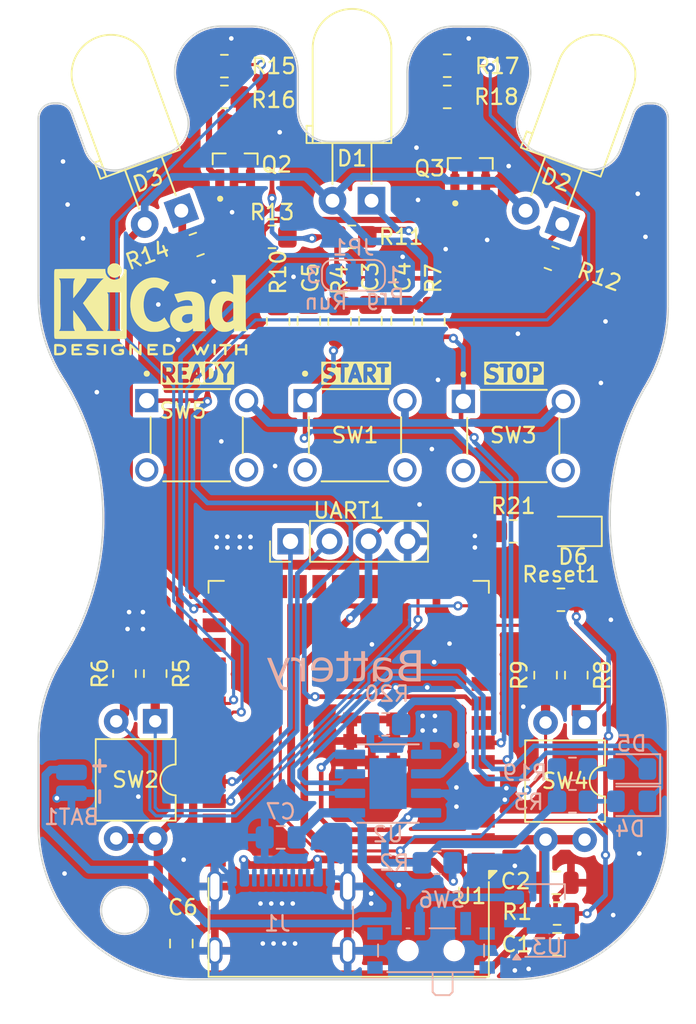
<source format=kicad_pcb>
(kicad_pcb (version 20240108) (generator "pcbnew") (generator_version "8.0")
  (layers (0 "F.Cu" signal) (31 "B.Cu" signal) (34 "B.Paste" user) (35 "F.Paste" user) (36 "B.SilkS" user "B.Silkscreen") (37 "F.SilkS" user "F.Silkscreen") (38 "B.Mask" user) (39 "F.Mask" user) (44 "Edge.Cuts" user))
  (net 0 "")
  (net 1 "+3V3")
  (net 2 "GND")
  (net 3 "/ESP_En")
  (net 4 "/ESP_Boot")
  (net 6 "Net-(Q2-Pad1)")
  (net 7 "Net-(Q3-Pad1)")
  (net 15 "/Esp32_UART_RX")
  (net 18 "/LED_IR")
  (net 25 "/Esp32_UART_TX")
  (net 26 "/LED_PROG")
  (net 27 "Net-(SW6A-B)")
  (net 34 "Net-(Q3-Pad3)")
  (net 35 "Net-(BAT1-+)")
  (net 36 "Net-(D1-K)")
  (net 37 "Net-(D2-K)")
  (net 38 "Net-(D3-K)")
  (net 39 "Net-(Q2-Pad3)")
  (net 40 "/STOP_BTN")
  (net 41 "/READY_BTN")
  (net 42 "+3.3V")
  (net 43 "/START_BTN")
  (net 44 "/SWITCH1")
  (net 45 "/SWITCH2")
  (net 46 "/SWITCH3")
  (net 47 "/SWITCH4")
  (net 48 "Net-(J1-VBUS-PadA4)")
  (net 57 "Net-(D4-A)")
  (net 58 "Net-(D4-K)")
  (net 59 "Net-(D5-K)")
  (net 60 "Net-(D5-A)")
  (net 61 "5V")
  (net 62 "Net-(U2-Prog)")
  (net 63 "Net-(D6-A)")
  (footprint "LED_SMD:LED_0805_2012Metric_Pad1.15x1.40mm_HandSolder" (layer "F.Cu") (at 159.2 100.75 180)
    (property "Reference" "D6")
    (property "Value" "LED")
  )
  (footprint "Resistor_SMD:R_0805_2012Metric_Pad1.20x1.40mm_HandSolder" (layer "F.Cu") (at 159.4 110.1 90)
    (property "Reference" "R8")
    (property "Value" "47K")
  )
  (footprint "Resistor_SMD:R_0805_2012Metric_Pad1.20x1.40mm_HandSolder" (layer "F.Cu") (at 136.5 72.5)
    (property "Reference" "R16")
    (property "Value" "100K")
  )
  (footprint "LED_THT:LED_D5.0mm_Horizontal_O3.81mm_Z15.0mm" (layer "F.Cu") (at 133.7 79.9 -160)
    (property "Reference" "D3")
    (property "Value" "LED")
  )
  (footprint "Capacitor_SMD:C_0805_2012Metric_Pad1.18x1.45mm_HandSolder" (layer "F.Cu") (at 142 87.0625 90)
    (property "Reference" "C5")
    (property "Value" "0.1uF")
  )
  (footprint "Perico:SOT23(IRLML2502)" (layer "F.Cu") (at 152.5 77.1275 90)
    (property "Reference" "Q3")
    (property "Value" "IRLML2502")
  )
  (footprint "Package_DIP:DIP-4_W7.62mm" (layer "F.Cu") (at 159.94 113.18 -90)
    (property "Reference" "SW4")
    (property "Value" "SW_DIP_x02")
  )
  (footprint "Perico:Switch" (layer "F.Cu") (at 145 94.5)
    (property "Reference" "SW1")
    (property "Value" "SW_Push")
  )
  (footprint "Capacitor_SMD:C_0805_2012Metric" (layer "F.Cu") (at 158.1 123.6)
    (property "Reference" "C2")
    (property "Value" "1uF")
  )
  (footprint "Resistor_SMD:R_0805_2012Metric_Pad1.20x1.40mm_HandSolder" (layer "F.Cu") (at 130 110 90)
    (property "Reference" "R6")
    (property "Value" "47K")
  )
  (footprint "Resistor_SMD:R_0805_2012Metric_Pad1.20x1.40mm_HandSolder" (layer "F.Cu") (at 158.4 105.2)
    (property "Reference" "Reset1")
    (property "Value" "Reset")
  )
  (footprint "Resistor_SMD:R_0805_2012Metric_Pad1.20x1.40mm_HandSolder" (layer "F.Cu") (at 157.8 83 -20)
    (property "Reference" "R12")
    (property "Value" "150r")
  )
  (footprint "Resistor_SMD:R_0805_2012Metric_Pad1.20x1.40mm_HandSolder" (layer "F.Cu") (at 136.5 70.5)
    (property "Reference" "R15")
    (property "Value" "4.7k")
  )
  (footprint "Resistor_SMD:R_0805_2012Metric_Pad1.20x1.40mm_HandSolder" (layer "F.Cu") (at 132 110 90)
    (property "Reference" "R5")
    (property "Value" "47K")
  )
  (footprint "RF_Module:ESP32-WROOM-32D" (layer "F.Cu") (at 144.59 113.85 180)
    (property "Reference" "U1")
    (property "Value" "ESP32-WROOM-32D")
  )
  (footprint "Resistor_SMD:R_0805_2012Metric_Pad1.20x1.40mm_HandSolder" (layer "F.Cu") (at 134.7 82.1 20)
    (property "Reference" "R14")
    (property "Value" "150r")
  )
  (footprint "Symbol:KiCad-Logo2_5mm_SilkScreen" (layer "F.Cu") (at 131.7 86.3)
    (property "Reference" "REF**" (hide yes))
    (property "Value" "KiCad-Logo2_5mm_SilkScreen" (hide yes))
  )
  (footprint "Capacitor_SMD:C_0805_2012Metric_Pad1.18x1.45mm_HandSolder" (layer "F.Cu") (at 148.1 87.0625 90)
    (property "Reference" "C4")
    (property "Value" "0.1uF")
  )
  (footprint "Capacitor_SMD:C_0805_2012Metric" (layer "F.Cu") (at 133.7 127.55 90)
    (property "Reference" "C6")
    (property "Value" "1uF")
  )
  (footprint "Resistor_SMD:R_0805_2012Metric_Pad1.20x1.40mm_HandSolder" (layer "F.Cu") (at 140 87.1 90)
    (property "Reference" "R10")
    (property "Value" "47K")
  )
  (footprint "Capacitor_SMD:C_0805_2012Metric_Pad1.18x1.45mm_HandSolder" (layer "F.Cu") (at 146 87.0625 90)
    (property "Reference" "C3")
    (property "Value" "0.1uF")
  )
  (footprint "Resistor_SMD:R_0805_2012Metric" (layer "F.Cu") (at 158.15 125.6)
    (property "Reference" "R1")
    (property "Value" "10K")
  )
  (footprint "Resistor_SMD:R_0805_2012Metric_Pad1.20x1.40mm_HandSolder" (layer "F.Cu") (at 157.4 110.1 90)
    (property "Reference" "R9")
    (property "Value" "47K")
  )
  (footprint "Resistor_SMD:R_0805_2012Metric_Pad1.20x1.40mm_HandSolder" (layer "F.Cu") (at 155.3 100.75)
    (property "Reference" "R21")
    (property "Value" "4.7K")
  )
  (footprint "Perico:Switch" (layer "F.Cu") (at 134.7 94.5)
    (property "Reference" "SW5")
    (property "Value" "SW_Push")
  )
  (footprint "LED_THT:LED_D5.0mm_Horizontal_O3.81mm_Z15.0mm" (layer "F.Cu") (at 158.486819 80.768731 160)
    (property "Reference" "D2")
    (property "Value" "LED")
  )
  (footprint "Connector_PinHeader_2.54mm:PinHeader_1x04_P2.54mm_Vertical" (layer "F.Cu") (at 140.8 101.4 90)
    (property "Reference" "UART1")
    (property "Value" "Conn_01x04_Pin")
  )
  (footprint "Resistor_SMD:R_0805_2012Metric_Pad1.20x1.40mm_HandSolder" (layer "F.Cu") (at 150.1 87.1 90)
    (property "Reference" "R7")
    (property "Value" "47K")
  )
  (footprint "Perico:Switch" (layer "F.Cu") (at 155.3 94.55)
    (property "Reference" "SW3")
    (property "Value" "SW_Push")
  )
  (footprint "Resistor_SMD:R_0805_2012Metric_Pad1.20x1.40mm_HandSolder" (layer "F.Cu") (at 151 72.5)
    (property "Reference" "R18")
    (property "Value" "100K")
  )
  (footprint "Resistor_SMD:R_0805_2012Metric_Pad1.20x1.40mm_HandSolder" (layer "F.Cu") (at 139.6 81.6 180)
    (property "Reference" "R13")
    (property "Value" "0r")
  )
  (footprint "Resistor_SMD:R_0805_2012Metric_Pad1.20x1.40mm_HandSolder" (layer "F.Cu") (at 151 70.475)
    (property "Reference" "R17")
    (property "Value" "4.7k")
  )
  (footprint "Package_DIP:DIP-4_W7.62mm" (layer "F.Cu") (at 132 113.1 -90)
    (property "Reference" "SW2")
    (property "Value" "SW_DIP_x02")
  )
  (footprint "Capacitor_SMD:C_0805_2012Metric" (layer "F.Cu") (at 158.15 127.6 180)
    (property "Reference" "C1")
    (property "Value" "0.1uF")
  )
  (footprint "LED_THT:LED_D5.0mm_Horizontal_O3.81mm_Z15.0mm" (layer "F.Cu") (at 146.075 79.25 180)
    (property "Reference" "D1")
    (property "Value" "LED")
  )
  (footprint "Resistor_SMD:R_0805_2012Metric_Pad1.20x1.40mm_HandSolder" (layer "F.Cu") (at 144.8 81.6 180)
    (property "Reference" "R11")
    (property "Value" "150r")
  )
  (footprint "Resistor_SMD:R_0805_2012Metric_Pad1.20x1.40mm_HandSolder" (layer "F.Cu") (at 144 87.1 90)
    (property "Reference" "R4")
    (property "Value" "47K")
  )
  (footprint "Perico:SOT23(IRLML2502)" (layer "F.Cu") (at 137.2 76.8275 90)
    (property "Reference" "Q2")
    (property "Value" "IRLML2502" (hide yes))
  )
  (footprint "Resistor_SMD:R_0805_2012Metric_Pad1.20x1.40mm_HandSolder" (layer "B.Cu") (at 150.35 122.3 180)
    (property "Reference" "R2")
    (property "Value" "0r")
  )
  (footprint "Resistor_SMD:R_0805_2012Metric_Pad1.20x1.40mm_HandSolder" (layer "B.Cu") (at 159.15 116.2)
    (property "Reference" "R19")
    (property "Value" "150r")
  )
  (footprint "Jumper:SolderJumper-3_P1.3mm_Open_RoundedPad1.0x1.5mm_NumberLabels" (layer "B.Cu") (at 144.9 84.1 180)
    (property "Reference" "JP1")
    (property "Value" "Jumper_3_Open")
  )
  (footprint "Resistor_SMD:R_0805_2012Metric_Pad1.20x1.40mm_HandSolder" (layer "B.Cu") (at 147 113.3)
    (property "Reference" "R20")
    (property "Value" "1K5")
  )
  (footprint "LED_SMD:LED_0805_2012Metric_Pad1.15x1.40mm_HandSolder" (layer "B.Cu") (at 163 116.2 180)
    (property "Reference" "D5")
    (property "Value" "LED")
  )
  (footprint "Resistor_SMD:R_0805_2012Metric_Pad1.20x1.40mm_HandSolder" (layer "B.Cu") (at 159.15 118.3)
    (property "Reference" "R3")
    (property "Value" "150r")
  )
  (footprint "Perico:SOP-8-EP" (layer "B.Cu") (at 147.15 117.15 180)
    (property "Reference" "U2")
    (property "Value" "~")
  )
  (footprint "Package_TO_SOT_SMD:SOT-89-3" (layer "B.Cu") (at 157.3 126.05)
    (property "Reference" "U3")
    (property "Value" "AMS1117-3.3")
  )
  (footprint "Capacitor_SMD:C_0805_2012Metric_Pad1.18x1.45mm_HandSolder" (layer "B.Cu") (at 140.1625 120.65 180)
    (property "Reference" "C7")
    (property "Value" "10uF")
  )
  (footprint "Button_Switch_SMD:SW_SPDT_PCM12" (layer "B.Cu") (at 149.95 127.68 180)
    (property "Reference" "SW6")
    (property "Value" "SW_DPDT_x2")
  )
  (footprint "Connector_Wire:SolderWirePad_1x01_SMD_1x2mm" (layer "B.Cu") (at 126.5525 116.4225 -90)
    (property "Reference" "BAT1")
    (property "Value" "3.7V")
  )
  (footprint "Connector_USB:USB_C_Receptacle_GCT_USB4105-xx-A_16P_TopMnt_Horizontal" (layer "B.Cu") (at 140.2 126.95 180)
    (property "Reference" "J1")
    (property "Value" "USB_C_Receptacle_USB2.0_16P")
  )
  (footprint "LED_SMD:LED_0805_2012Metric_Pad1.15x1.40mm_HandSolder" (layer "B.Cu") (at 163 118.3 180)
    (property "Reference" "D4")
    (property "Value" "LED")
  )
  (gr_line (start 125.645 72.9) (end 125.385 72.9) (stroke (width 0.1)) (layer "Edge.Cuts"))
  (gr_arc (start 128.6 99.9) (mid 127.92305 104.64953) (end 125.946114 109.020802) (stroke (width 0.1)) (layer "Edge.Cuts"))
  (gr_line (start 164.385 72.9) (end 164.05 72.9) (stroke (width 0.1)) (layer "Edge.Cuts"))
  (gr_arc (start 163.123368 73.524027) (mid 163.491417 73.07055) (end 164.05 72.9) (stroke (width 0.1)) (layer "Edge.Cuts"))
  (gr_arc (start 163.983117 108.58025) (mid 161.6 99.9) (end 163.983117 91.21975) (stroke (width 0.1)) (layer "Edge.Cuts"))
  (gr_line (start 134.019535 73.519035) (end 133.434322 71.910338) (stroke (width 0.1)) (layer "Edge.Cuts"))
  (gr_arc (start 156.890387 76.08519) (mid 155.739796 75.036698) (end 155.68946 73.480852) (stroke (width 0.1)) (layer "Edge.Cuts"))
  (gr_line (start 143.306 75.4) (end 146.385 75.4) (stroke (width 0.1)) (layer "Edge.Cuts"))
  (gr_arc (start 143.306 75.4) (mid 141.891786 74.814214) (end 141.306 73.4) (stroke (width 0.1)) (layer "Edge.Cuts"))
  (gr_arc (start 165.385 119.9) (mid 162.456068 126.971068) (end 155.385 129.9) (stroke (width 0.1)) (layer "Edge.Cuts"))
  (gr_line (start 141.306 70.9016) (end 141.306 73.4) (stroke (width 0.1)) (layer "Edge.Cuts"))
  (gr_arc (start 125.645 72.9) (mid 126.218683 73.080923) (end 126.584782 73.558225) (stroke (width 0.1)) (layer "Edge.Cuts"))
  (gr_arc (start 125.946114 90.779198) (mid 127.923051 95.15047) (end 128.6 99.9) (stroke (width 0.1)) (layer "Edge.Cuts"))
  (gr_line (start 155.385 129.9) (end 134.385 129.9) (stroke (width 0.1)) (layer "Edge.Cuts"))
  (gr_arc (start 138.304534 67.9016) (mid 140.426802 68.779761) (end 141.306 70.9016) (stroke (width 0.1)) (layer "Edge.Cuts"))
  (gr_line (start 151.390127 67.9052) (end 153.438127 67.9087) (stroke (width 0.1)) (layer "Edge.Cuts"))
  (gr_line (start 132.837021 76.116792) (end 130.018021 77.142792) (stroke (width 0.1)) (layer "Edge.Cuts"))
  (gr_arc (start 130.018021 77.142791) (mid 128.488518 77.0759) (end 127.454438 75.946949) (stroke (width 0.1)) (layer "Edge.Cuts"))
  (gr_arc (start 163.983148 108.579941) (mid 165.02817 111.0385) (end 165.384999 113.686) (stroke (width 0.1)) (layer "Edge.Cuts"))
  (gr_arc (start 148.385 73.4) (mid 147.799214 74.814214) (end 146.385 75.4) (stroke (width 0.1)) (layer "Edge.Cuts"))
  (gr_arc (start 124.385 114.386) (mid 124.783208 111.592151) (end 125.946119 109.020808) (stroke (width 0.1)) (layer "Edge.Cuts"))
  (gr_arc (start 164.385 72.9) (mid 165.092107 73.192893) (end 165.385 73.9) (stroke (width 0.1)) (layer "Edge.Cuts"))
  (gr_line (start 165.385 73.9) (end 165.385 86.1136) (stroke (width 0.1)) (layer "Edge.Cuts"))
  (gr_line (start 127.453874 75.947154) (end 126.585047 73.558129) (stroke (width 0.1)) (layer "Edge.Cuts"))
  (gr_arc (start 125.946119 90.779192) (mid 124.783208 88.207849) (end 124.385001 85.414) (stroke (width 0.1)) (layer "Edge.Cuts"))
  (gr_line (start 124.385 119.9) (end 124.385 114.386) (stroke (width 0.1)) (layer "Edge.Cuts"))
  (gr_arc (start 165.385 86.1136) (mid 165.028171 88.7611) (end 163.983148 91.219659) (stroke (width 0.1)) (layer "Edge.Cuts"))
  (gr_line (start 136.258534 67.9026) (end 138.304534 67.9016) (stroke (width 0.1)) (layer "Edge.Cuts"))
  (gr_arc (start 162.267646 75.87456) (mid 161.237952 77.029925) (end 159.692133 77.104649) (stroke (width 0.1)) (layer "Edge.Cuts"))
  (gr_arc (start 134.019535 73.519035) (mid 133.97328 75.066002) (end 132.837021 76.116792) (stroke (width 0.1)) (layer "Edge.Cuts"))
  (gr_arc (start 134.385 129.9) (mid 127.313932 126.971068) (end 124.385 119.9) (stroke (width 0.1)) (layer "Edge.Cuts"))
  (gr_arc (start 133.434322 71.910338) (mid 133.807721 69.174503) (end 136.258534 67.902601) (stroke (width 0.1)) (layer "Edge.Cuts"))
  (gr_line (start 165.385 113.686) (end 165.385 119.9) (stroke (width 0.1)) (layer "Edge.Cuts"))
  (gr_circle (center 130 125.4) (end 128.5 125.4) (stroke (width 0.1)) (fill none) (layer "Edge.Cuts"))
  (gr_arc (start 153.438127 67.9087) (mid 155.884823 69.179946) (end 156.260448 71.911483) (stroke (width 0.1)) (layer "Edge.Cuts"))
  (gr_line (start 148.385 73.4) (end 148.385 70.9052) (stroke (width 0.1)) (layer "Edge.Cuts"))
  (gr_arc (start 148.385 70.9052) (mid 149.265493 68.782068) (end 151.390127 67.905204) (stroke (width 0.1)) (layer "Edge.Cuts"))
  (gr_line (start 124.385 85.414) (end 124.385 73.9) (stroke (width 0.1)) (layer "Edge.Cuts"))
  (gr_arc (start 124.385 73.9) (mid 124.677893 73.192893) (end 125.385 72.9) (stroke (width 0.1)) (layer "Edge.Cuts"))
  (gr_line (start 162.267646 75.87456) (end 163.123368 73.524027) (stroke (width 0.1)) (layer "Edge.Cuts"))
  (gr_line (start 159.692133 77.104649) (end 156.890387 76.08519) (stroke (width 0.1)) (layer "Edge.Cuts"))
  (gr_line (start 155.68946 73.480852) (end 156.260448 71.911483) (stroke (width 0.1)) (layer "Edge.Cuts"))
  (gr_text "Prg\n" (at 145.6 86.1 0) (layer "B.SilkS") (effects (font (size 1 1)) (justify right bottom mirror)))
  (gr_text "Run\n" (at 141.6 86.4 0) (layer "B.SilkS") (effects (font (size 1 1)) (justify right bottom mirror)))
  (gr_text "- +" (at 128.9 118.75 90) (layer "B.SilkS") (effects (font (size 1 1) (thickness 0.2) (bold yes)) (justify left bottom)))
  (gr_text "Battery\n" (at 149.55 110.85 0) (layer "B.SilkS") (effects (font (size 2 2) (thickness 0.3)) (justify left bottom mirror)))
  (gr_text "READY" (at 132.2 91.1 0) (layer "F.SilkS" knockout) (effects (font (size 1 1) (thickness 0.25) (bold yes)) (justify left bottom)))
  (gr_text "STOP\n" (at 153.3 91.1 0) (layer "F.SilkS" knockout) (effects (font (size 1 1) (thickness 0.25) (bold yes)) (justify left bottom)))
  (gr_text "START" (at 142.7 91.1 0) (layer "F.SilkS" knockout) (effects (font (size 1 1) (thickness 0.25) (bold yes)) (justify left bottom)))
  (segment (start 132.2 127) (end 133.7 128.5) (width 0.6) (layer "F.Cu") (net 1))
  (segment (start 153.34 120.83) (end 157.2375 120.83) (width 0.5) (layer "F.Cu") (net 1))
  (segment (start 129.46 120.72) (end 132 120.72) (width 0.6) (layer "F.Cu") (net 1))
  (segment (start 148.88 98.4) (end 145.88 101.4) (width 0.2) (layer "F.Cu") (net 1))
  (segment (start 132.2 120.92) (end 132.2 127) (width 0.6) (layer "F.Cu") (net 1))
  (segment (start 151.95 98.4) (end 148.88 98.4) (width 0.2) (layer "F.Cu") (net 1))
  (segment (start 130.296 101.596) (end 133.6 104.9) (width 0.5) (layer "F.Cu") (net 1))
  (segment (start 154.3 100.75) (end 151.95 98.4) (width 0.2) (layer "F.Cu") (net 1))
  (segment (start 155.2 127.6375) (end 157.2375 125.6) (width 0.5) (layer "F.Cu") (net 1))
  (segment (start 131.313181 80.768731) (end 130.296 81.785912) (width 0.5) (layer "F.Cu") (net 1))
  (segment (start 153.34 120.83) (end 142.51995 120.83) (width 0.5) (layer "F.Cu") (net 1))
  (segment (start 141.7 120.01005) (end 141.7 109.4) (width 0.5) (layer "F.Cu") (net 1))
  (segment (start 133.6 104.9) (end 133.6 119.12) (width 0.5) (layer "F.Cu") (net 1))
  (segment (start 134.75 129.55) (end 153.45 129.55) (width 0.5) (layer "F.Cu") (net 1))
  (segment (start 157.2 121) (end 157.2 125.5625) (width 0.3) (layer "F.Cu") (net 1))
  (segment (start 159.94 120.8) (end 153.37 120.8) (width 0.6) (layer "F.Cu") (net 1))
  (segment (start 141.7 109.4) (end 144.7 106.4) (width 0.5) (layer "F.Cu") (net 1))
  (segment (start 155.2 127.8) (end 155.2 127.6375) (width 0.5) (layer "F.Cu") (net 1))
  (segment (start 130.296 81.785912) (end 130.296 101.596) (width 0.5) (layer "F.Cu") (net 1))
  (segment (start 153.45 129.55) (end 155.2 127.8) (width 0.5) (layer "F.Cu") (net 1))
  (segment (start 142.51995 120.83) (end 141.7 120.01005) (width 0.5) (layer "F.Cu") (net 1))
  (segment (start 132 120.72) (end 132.2 120.92) (width 0.6) (layer "F.Cu") (net 1))
  (segment (start 133.6 119.12) (end 132 120.72) (width 0.5) (layer "F.Cu") (net 1))
  (segment (start 157.2375 120.83) (end 157.2375 125.6) (width 0.5) (layer "F.Cu") (net 1))
  (segment (start 133.7 128.5) (end 134.75 129.55) (width 0.5) (layer "F.Cu") (net 1))
  (via (at 144.7 106.4) (size 0.6) (drill 0.3) (layers "F.Cu" "B.Cu") (net 1))
  (segment (start 145.88 105.22) (end 144.7 106.4) (width 0.5) (layer "B.Cu") (net 1))
  (segment (start 149.5 83) (end 148.4 81.9) (width 0.5) (layer "B.Cu") (net 1))
  (segment (start 131.313181 79.495939) (end 133.10912 77.7) (width 0.5) (layer "B.Cu") (net 1))
  (segment (start 143.335 79.25) (end 144.885 77.7) (width 0.5) (layer "B.Cu") (net 1))
  (segment (start 157.3 126.05) (end 157.4 125.95) (width 0.5) (layer "B.Cu") (net 1))
  (segment (start 131.313181 80.768731) (end 131.313181 79.495939) (width 0.5) (layer "B.Cu") (net 1))
  (segment (start 155.4375 126.05) (end 157.3 126.05) (width 0.5) (layer "B.Cu") (net 1))
  (segment (start 148.4 81.9) (end 145.985 81.9) (width 0.5) (layer "B.Cu") (net 1))
  (segment (start 141.785 77.7) (end 143.335 79.25) (width 0.5) (layer "B.Cu") (net 1))
  (segment (start 150.722182 77.7) (end 150.972182 77.95) (width 0.5) (layer "B.Cu") (net 1))
  (segment (start 148.8 85.8) (end 149.5 85.1) (width 0.5) (layer "B.Cu") (net 1))
  (segment (start 154.15 77.95) (end 156.1 79.9) (width 0.5) (layer "B.Cu") (net 1))
  (segment (start 143.6 85.322758) (end 144.077242 85.8) (width 0.5) (layer "B.Cu") (net 1))
  (segment (start 144.077242 85.8) (end 148.8 85.8) (width 0.5) (layer "B.Cu") (net 1))
  (segment (start 145.985 81.9) (end 143.335 79.25) (width 0.5) (layer "B.Cu") (net 1))
  (segment (start 133.10912 77.7) (end 141.785 77.7) (width 0.5) (layer "B.Cu") (net 1))
  (segment (start 157.4 125.95) (end 157.4 120.8) (width 0.5) (layer "B.Cu") (net 1))
  (segment (start 149.5 85.1) (end 149.5 83) (width 0.5) (layer "B.Cu") (net 1))
  (segment (start 144.885 77.7) (end 150.722182 77.7) (width 0.5) (layer "B.Cu") (net 1))
  (segment (start 145.88 101.4) (end 145.88 105.22) (width 0.5) (layer "B.Cu") (net 1))
  (segment (start 150.972182 77.95) (end 154.15 77.95) (width 0.5) (layer "B.Cu") (net 1))
  (segment (start 143.6 84.1) (end 143.6 85.322758) (width 0.5) (layer "B.Cu") (net 1))
  (segment (start 140 86.1) (end 150.1 86.1) (width 0.3) (layer "F.Cu") (net 2))
  (segment (start 157.2 127.6) (end 158.05 126.75) (width 0.3) (layer "F.Cu") (net 2))
  (segment (start 157.2 128.3) (end 156.3 129.2) (width 0.3) (layer "F.Cu") (net 2))
  (segment (start 155 77) (end 154.035 77.965) (width 0.3) (layer "F.Cu") (net 2))
  (segment (start 159.4 109.1) (end 157.4 109.1) (width 0.5) (layer "F.Cu") (net 2))
  (segment (start 158.05 124.6) (end 159.05 123.6) (width 0.3) (layer "F.Cu") (net 2))
  (segment (start 157.2 127.6) (end 157.2 128.3) (width 0.3) (layer "F.Cu") (net 2))
  (segment (start 158.05 126.75) (end 158.05 124.6) (width 0.3) (layer "F.Cu") (net 2))
  (segment (start 154.035 77.965) (end 153.45 77.965) (width 0.3) (layer "F.Cu") (net 2))
  (via (at 133.85 122.1) (size 0.6) (drill 0.3) (layers "F.Cu" "B.Cu") (net 2))
  (via (at 146.1 108.1) (size 0.6) (drill 0.3) (layers "F.Cu" "B.Cu") (net 2))
  (via (at 161 91.1) (size 0.6) (drill 0.3) (layers "F.Cu" "B.Cu") (net 2))
  (via (at 127.3 81.7) (size 0.6) (drill 0.3) (layers "F.Cu" "B.Cu") (net 2))
  (via (at 149 75.8) (size 0.6) (drill 0.3) (layers "F.Cu" "B.Cu") (net 2))
  (via (at 140.95 124.95) (size 0.6) (drill 0.3) (layers "F.Cu" "B.Cu") (net 2))
  (via (at 155.4 122.5) (size 0.6) (drill 0.3) (layers "F.Cu" "B.Cu") (net 2))
  (via (at 151.6 118.65) (size 0.6) (drill 0.3) (layers "F.Cu" "B.Cu") (net 2))
  (via (at 126 76.7) (size 0.6) (drill 0.3) (layers "F.Cu" "B.Cu") (net 2))
  (via (at 152.4 68.7) (size 0.6) (drill 0.3) (layers "F.Cu" "B.Cu") (net 2))
  (via (at 130.3 106) (size 0.6) (drill 0.3) (layers "F.Cu" "B.Cu") (net 2))
  (via (at 139.55 124.95) (size 0.6) (drill 0.3) (layers "F.Cu" "B.Cu") (net 2))
  (via (at 126.1 123) (size 0.6) (drill 0.3) (layers "F.Cu" "B.Cu") (net 2))
  (via (at 125.6 118.1) (size 0.6) (drill 0.3) (layers "F.Cu" "B.Cu") (net 2))
  (via (at 161.65 106.5) (size 0.6) (drill 0.3) (layers "F.Cu" "B.Cu") (net 2))
  (via (at 140.25 124.95) (size 0.6) (drill 0.3) (layers "F.Cu" "B.Cu") (net 2))
  (via (at 131.2 106) (size 0.6) (drill 0.3) (layers "F.Cu" "B.Cu") (net 2))
  (via (at 139.8 96.5) (size 0.6) (drill 0.3) (layers "F.Cu" "B.Cu") (net 2))
  (via (at 136.7 101.1) (size 0.6) (drill 0.3) (layers "F.Cu" "B.Cu") (net 2))
  (via (at 140.1 74.8) (size 0.6) (drill 0.3) (layers "F.Cu" "B.Cu") (net 2))
  (via (at 138.2 101.1) (size 0.6) (drill 0.3) (layers "F.Cu" "B.Cu") (net 2))
  (via (at 150.2 112.75) (size 0.6) (drill 0.3) (layers "F.Cu" "B.Cu") (net 2))
  (via (at 137 80) (size 0.6) (drill 0.3) (layers "F.Cu" "B.Cu") (net 2))
  (via (at 138.85 124.95) (size 0.6) (drill 0.3) (layers "F.Cu" "B.Cu") (net 2))
  (via (at 156.3 129.2) (size 0.6) (drill 0.3) (layers "F.Cu" "B.Cu") (net 2))
  (via (at 133.5 88.3) (size 0.6) (drill 0.3) (layers "F.Cu" "B.Cu") (net 2))
  (via (at 137.5 101.1) (size 0.6) (drill 0.3) (layers "F.Cu" "B.Cu") (net 2))
  (via (at 150 95.4) (size 0.6) (drill 0.3) (layers "F.Cu" "B.Cu") (net 2))
  (via (at 155.4 129.3) (size 0.6) (drill 0.3) (layers "F.Cu" "B.Cu") (net 2))
  (via (at 130.9 118) (size 0.6) (drill 0.3) (layers "F.Cu" "B.Cu") (net 2))
  (via (at 137.5 101.8) (size 0.6) (drill 0.3) (layers "F.Cu" "B.Cu") (net 2))
  (via (at 126.3 79.5) (size 0.6) (drill 0.3) (layers "F.Cu" "B.Cu") (net 2))
  (via (at 149.7 110.9) (size 0.6) (drill 0.3) (layers "F.Cu" "B.Cu") (net 2))
  (via (at 151.6 117.4) (size 0.6) (drill 0.3) (layers "F.Cu" "B.Cu") (net 2))
  (via (at 150.15 109.25) (size 0.6) (drill 0.3) (layers "F.Cu" "B.Cu") (net 2))
  (via (at 146.05 124.95) (size 0.6) (drill 0.3) (layers "F.Cu" "B.Cu") (net 2))
  (via (at 132.2 86) (size 0.6) (drill 0.3) (layers "F.Cu" "B.Cu") (net 2))
  (via (at 147.85 123.75) (size 0.6) (drill 0.3) (layers "F.Cu" "B.Cu") (net 2))
  (via (at 148.1 82.9) (size 0.6) (drill 0.3) (layers "F.Cu" "B.Cu") (net 2))
  (via (at 149.4 113.7) (size 0.6) (drill 0.3) (layers "F.Cu" "B.Cu") (net 2))
  (via (at 138.2 101.8) (size 0.6) (drill 0.3) (layers "F.Cu" "B.Cu") (net 2))
  (via (at 150.4 90.9) (size 0.6) (drill 0.3) (layers "F.Cu" "B.Cu") (net 2))
  (via (at 136 101.1) (size 0.6) (drill 0.3) (layers "F.Cu" "B.Cu") (net 2))
  (via (at 155.95 112.15) (size 0.6) (drill 0.3) (layers "F.Cu" "B.Cu") (net 2))
  (via (at 150.9 82.4) (size 0.6) (drill 0.3) (layers "F.Cu" "B.Cu") (net 2))
  (via (at 163.5 121.7) (size 0.6) (drill 0.3) (layers "F.Cu" "B.Cu") (net 2))
  (via (at 161.8 125.7) (size 0.6) (drill 0.3) (layers "F.Cu" "B.Cu") (net 2))
  (via (at 141.1 127.55) (size 0.6) (drill 0.3) (layers "F.Cu" "B.Cu") (net 2))
  (via (at 150.2 113.7) (size 0.6) (drill 0.3) (layers "F.Cu" "B.Cu") (net 2))
  (via (at 155.6 87.9) (size 0.6) (drill 0.3) (layers "F.Cu" "B.Cu") (net 2))
  (via (at 152.8 101.05) (size 0.6) (drill 0.3) (layers "F.Cu" "B.Cu") (net 2))
  (via (at 154.85 117.45) (size 0.6) (drill 0.3) (layers "F.Cu" "B.Cu") (net 2))
  (via (at 161.3 87.1) (size 0.6) (drill 0.3) (layers "F.Cu" "B.Cu") (net 2))
  (via (at 140.4 127.55) (size 0.6) (drill 0.3) (layers "F.Cu" "B.Cu") (net 2))
  (via (at 153.6 81.8) (size 0.6) (drill 0.3) (layers "F.Cu" "B.Cu") (net 2))
  (via (at 151.15 108.05) (size 0.6) (drill 0.3) (layers "F.Cu" "B.Cu") (net 2))
  (via (at 136.3 94.9) (size 0.6) (drill 0.3) (layers "F.Cu" "B.Cu") (net 2))
  (via (at 141 84.2) (size 0.6) (drill 0.3) (layers "F.Cu" "B.Cu") (net 2))
  (via (at 155 77) (size 0.6) (drill 0.3) (layers "F.Cu" "B.Cu") (net 2))
  (via (at 139 127.55) (size 0.6) (drill 0.3) (layers "F.Cu" "B.Cu") (net 2))
  (via (at 136.7 101.8) (size 0.6) (drill 0.3) (layers "F.Cu" "B.Cu") (net 2))
  (via (at 136.95 68.7) (size 0.6) (drill 0.3) (layers "F.Cu" "B.Cu") (net 2))
  (via (at 154.75 118.2) (size 0.6) (drill 0.3) (layers "F.Cu" "B.Cu") (net 2))
  (via (at 128.2 91.7) (size 0.6) (drill 0.3) (layers "F.Cu" "B.Cu") (net 2))
  (via (at 135.8 84.5) (size 0.6) (drill 0.3) (layers "F.Cu" "B.Cu") (net 2))
  (via (at 147.648527 110.9) (size 0.6) (drill 0.3) (layers "F.Cu" "B.Cu") (net 2))
  (via (at 163.9 81.6) (size 0.6) (drill 0.3) (layers "F.Cu" "B.Cu") (net 2))
  (via (at 149.1 79.2) (size 0.6) (drill 0.3) (layers "F.Cu" "B.Cu") (net 2))
  (via (at 146.05 124.3) (size 0.6) (drill 0.3) (layers "F.Cu" "B.Cu") (net 2))
  (via (at 163.4 78.8) (size 0.6) (drill 0.3) (layers "F.Cu" "B.Cu") (net 2))
  (via (at 130.2 107.1) (size 0.6) (drill 0.3) (layers "F.Cu" "B.Cu") (net 2))
  (via (at 136 101.8) (size 0.6) (drill 0.3) (layers "F.Cu" "B.Cu") (net 2))
  (via (at 149.4 112.75) (size 0.6) (drill 0.3) (layers "F.Cu" "B.Cu") (net 2))
  (via (at 139.7 127.55) (size 0.6) (drill 0.3) (layers "F.Cu" "B.Cu") (net 2))
  (via (at 149.2 99) (size 0.6) (drill 0.3) (layers "F.Cu" "B.Cu") (net 2))
  (via (at 152.8 101.8) (size 0.6) (drill 0.3) (layers "F.Cu" "B.Cu") (net 2))
  (via (at 131.2 107.1) (size 0.6) (drill 0.3) (layers "F.Cu" "B.Cu") (net 2))
  (segment (start 146 113.3) (end 147 114.3) (width 0.3) (layer "B.Cu") (net 2))
  (segment (start 149.625 115.245) (end 149.625 113.925) (width 0.3) (layer "B.Cu") (net 2))
  (segment (start 137 123.27) (end 135.83 122.1) (width 0.3) (layer "B.Cu") (net 2))
  (segment (start 143.945 123.27) (end 144.52 123.845) (width 0.3) (layer "B.Cu") (net 2))
  (segment (start 151.215 117.785) (end 151.6 117.4) (width 0.3) (layer "B.Cu") (net 2))
  (segment (start 136.455 123.27) (end 135.88 123.845) (width 0.3) (layer "B.Cu") (net 2))
  (segment (start 135.83 122.1) (end 133.85 122.1) (width 0.3) (layer "B.Cu") (net 2))
  (segment (start 150.735 117.785) (end 149.625 117.785) (width 0.3) (layer "B.Cu") (net 2))
  (segment (start 155 77) (end 154.9 76.9) (width 0.3) (layer "B.Cu") (net 2))
  (segment (start 149.625 113.925) (end 149.4 113.7) (width 0.3) (layer "B.Cu") (net 2))
  (segment (start 149.625 115.245) (end 149.625 114.275) (width 0.3) (layer "B.Cu") (net 2))
  (segment (start 143.4 123.27) (end 143.4 121.55) (width 0.3) (layer "B.Cu") (net 2))
  (segment (start 149.625 114.275) (end 150.2 113.7) (width 0.3) (layer "B.Cu") (net 2))
  (segment (start 151.6 118.65) (end 150.735 117.785) (width 0.3) (layer "B.Cu") (net 2))
  (segment (start 147 114.3) (end 148.8 114.3) (width 0.3) (layer "B.Cu") (net 2))
  (segment (start 143.4 123.27) (end 143.945 123.27) (width 0.3) (layer "B.Cu") (net 2))
  (segment (start 148.8 114.3) (end 149.4 113.7) (width 0.3) (layer "B.Cu") (net 2))
  (segment (start 137 123.27) (end 136.455 123.27) (width 0.3) (layer "B.Cu") (net 2))
  (segment (start 149.625 117.785) (end 151.215 117.785) (width 0.3) (layer "B.Cu") (net 2))
  (segment (start 143.4 121.55) (end 143.75 121.2) (width 0.3) (layer "B.Cu") (net 2))
  (segment (start 161.3 114.25) (end 161.3 121.8) (width 0.3) (layer "F.Cu") (net 3))
  (segment (start 161.5 114.05) (end 161.3 114.25) (width 0.3) (layer "F.Cu") (net 3))
  (segment (start 159.1 127.6) (end 159.1 125.6375) (width 0.3) (layer "F.Cu") (net 3))
  (segment (start 159.0625 125.6) (end 160.1 125.6) (width 0.3) (layer "F.Cu") (net 3))
  (segment (start 160.6 119.6) (end 161.3 120.3) (width 0.3) (layer "F.Cu") (net 3))
  (segment (start 159.4 106.3) (end 159.4 105.2) (width 0.3) (layer "F.Cu") (net 3))
  (segment (start 153.38 119.6) (end 160.6 119.6) (width 0.3) (layer "F.Cu") (net 3))
  (segment (start 161.3 120.3) (end 161.3 121.8) (width 0.3) (layer "F.Cu") (net 3))
  (via (at 161.3 121.8) (size 0.6) (drill 0.3) (layers "F.Cu" "B.Cu") (net 3))
  (via (at 161.5 114.05) (size 0.6) (drill 0.3) (layers "F.Cu" "B.Cu") (net 3))
  (via (at 160.1 125.6) (size 0.6) (drill 0.3) (layers "F.Cu" "B.Cu") (net 3))
  (via (at 159.4 106.3) (size 0.6) (drill 0.3) (layers "F.Cu" "B.Cu") (net 3))
  (segment (start 160.25 119.554365) (end 161.3 120.604365) (width 0.3) (layer "B.Cu") (net 3))
  (segment (start 161.5 108.8) (end 161.5 114.05) (width 0.3) (layer "B.Cu") (net 3))
  (segment (start 161.3 124.4) (end 160.1 125.6) (width 0.3) (layer "B.Cu") (net 3))
  (segment (start 159.4 106.3) (end 159.4 106.7) (width 0.3) (layer "B.Cu") (net 3))
  (segment (start 161.3 121.8) (end 161.3 124.4) (width 0.3) (layer "B.Cu") (net 3))
  (segment (start 161.3 120.604365) (end 161.3 121.8) (width 0.3) (layer "B.Cu") (net 3))
  (segment (start 159.4 106.7) (end 161.5 108.8) (width 0.3) (layer "B.Cu") (net 3))
  (segment (start 134.71 105.59) (end 135.84 105.59) (width 0.3) (layer "F.Cu") (net 4))
  (segment (start 134.511091 105.788909) (end 134.71 105.59) (width 0.3) (layer "F.Cu") (net 4))
  (via (at 134.511091 105.788909) (size 0.6) (drill 0.3) (layers "F.Cu" "B.Cu") (net 4))
  (segment (start 144.5 82.8) (end 144.9 83.2) (width 0.3) (layer "B.Cu") (net 4))
  (segment (start 134.511091 105.788909) (end 133.65 104.927818) (width 0.3) (layer "B.Cu") (net 4))
  (segment (start 133.65 89.45) (end 140.3 82.8) (width 0.3) (layer "B.Cu") (net 4))
  (segment (start 140.3 82.8) (end 144.5 82.8) (width 0.3) (layer "B.Cu") (net 4))
  (segment (start 133.65 104.927818) (end 133.65 89.45) (width 0.3) (layer "B.Cu") (net 4))
  (segment (start 144.9 83.2) (end 144.9 84.1) (width 0.3) (layer "B.Cu") (net 4))
  (segment (start 135.5 77.1525) (end 136.2 77.8525) (width 0.4) (layer "F.Cu") (net 6))
  (segment (start 135.5 72.5) (end 135.5 77.1525) (width 0.4) (layer "F.Cu") (net 6))
  (segment (start 135.5 70.5) (end 135.5 72.5) (width 0.4) (layer "F.Cu") (net 6))
  (segment (start 150 70.475) (end 150 70.5) (width 0.4) (layer "F.Cu") (net 7))
  (segment (start 151.5 78.1525) (end 151.5 73) (width 0.4) (layer "F.Cu") (net 7))
  (segment (start 151.5 73) (end 152 72.5) (width 0.4) (layer "F.Cu") (net 7))
  (segment (start 150 70.5) (end 152 72.5) (width 0.4) (layer "F.Cu") (net 7))
  (segment (start 137 117.02) (end 135.84 117.02) (width 0.3) (layer "F.Cu") (net 15))
  (via (at 137 117.02) (size 0.6) (drill 0.3) (layers "F.Cu" "B.Cu") (net 15))
  (segment (start 140.8 113.512133) (end 140.8 101.4) (width 0.3) (layer "B.Cu") (net 15))
  (segment (start 137.292133 117.02) (end 140.8 113.512133) (width 0.3) (layer "B.Cu") (net 15))
  (segment (start 137 117.02) (end 137.292133 117.02) (width 0.3) (layer "B.Cu") (net 15))
  (segment (start 137.6 70.4) (end 137.5 70.5) (width 0.2) (layer "F.Cu") (net 18))
  (segment (start 138.9 70.4) (end 137.6 70.4) (width 0.2) (layer "F.Cu") (net 18))
  (segment (start 136.86 111.94) (end 137.1 111.7) (width 0.2) (layer "F.Cu") (net 18))
  (segment (start 135.84 111.94) (end 136.86 111.94) (width 0.2) (layer "F.Cu") (net 18))
  (via (at 137.1 111.7) (size 0.6) (drill 0.3) (layers "F.Cu" "B.Cu") (net 18))
  (via (at 138.9 70.4) (size 0.6) (drill 0.3) (layers "F.Cu" "B.Cu") (net 18))
  (segment (start 137.1 111.7) (end 137.1 109.177818) (width 0.2) (layer "B.Cu") (net 18))
  (segment (start 129.5 87.6) (end 129.5 80.602013) (width 0.2) (layer "B.Cu") (net 18))
  (segment (start 133.2 105.277818) (end 133.2 91.3) (width 0.2) (layer "B.Cu") (net 18))
  (segment (start 133.2 91.3) (end 129.5 87.6) (width 0.2) (layer "B.Cu") (net 18))
  (segment (start 137.1 109.177818) (end 133.2 105.277818) (width 0.2) (layer "B.Cu") (net 18))
  (segment (start 138.9 71.202013) (end 138.9 70.4) (width 0.2) (layer "B.Cu") (net 18))
  (segment (start 129.5 80.602013) (end 138.9 71.202013) (width 0.2) (layer "B.Cu") (net 18))
  (segment (start 136.91 118.29) (end 135.84 118.29) (width 0.3) (layer "F.Cu") (net 25))
  (via (at 136.91 118.29) (size 0.6) (drill 0.3) (layers "F.Cu" "B.Cu") (net 25))
  (segment (start 136.91 118.038529) (end 141.25 113.698529) (width 0.3) (layer "B.Cu") (net 25))
  (segment (start 136.91 118.29) (end 136.91 118.038529) (width 0.3) (layer "B.Cu") (net 25))
  (segment (start 141.25 103.49) (end 143.34 101.4) (width 0.3) (layer "B.Cu") (net 25))
  (segment (start 141.25 113.698529) (end 141.25 103.49) (width 0.3) (layer "B.Cu") (net 25))
  (segment (start 136.367818 113.21) (end 135.84 113.21) (width 0.2) (layer "F.Cu") (net 26))
  (segment (start 153.675 70.475) (end 153.8 70.6) (width 0.2) (layer "F.Cu") (net 26))
  (segment (start 137.6 112.5) (end 137.077818 112.5) (width 0.2) (layer "F.Cu") (net 26))
  (segment (start 152 70.475) (end 153.675 70.475) (width 0.2) (layer "F.Cu") (net 26))
  (segment (start 137.077818 112.5) (end 136.367818 113.21) (width 0.2) (layer "F.Cu") (net 26))
  (via (at 153.8 70.6) (size 0.6) (drill 0.3) (layers "F.Cu" "B.Cu") (net 26))
  (via (at 137.6 112.5) (size 0.6) (drill 0.3) (layers "F.Cu" "B.Cu") (net 26))
  (segment (start 134.05 104.55) (end 134.05 91.47929) (width 0.2) (layer "B.Cu") (net 26))
  (segment (start 137.6 112.5) (end 137.65 112.45) (width 0.2) (layer "B.Cu") (net 26))
  (segment (start 137.65 108.15) (end 134.05 104.55) (width 0.2) (layer "B.Cu") (net 26))
  (segment (start 160.2 84.3) (end 160.2 80.1) (width 0.2) (layer "B.Cu") (net 26))
  (segment (start 160.2 80.1) (end 153.8 73.7) (width 0.2) (layer "B.Cu") (net 26))
  (segment (start 137.65 112.45) (end 137.65 108.15) (width 0.2) (layer "B.Cu") (net 26))
  (segment (start 138.52929 87) (end 157.5 87) (width 0.2) (layer "B.Cu") (net 26))
  (segment (start 157.5 87) (end 160.2 84.3) (width 0.2) (layer "B.Cu") (net 26))
  (segment (start 134.05 91.47929) (end 138.52929 87) (width 0.2) (layer "B.Cu") (net 26))
  (segment (start 153.8 73.7) (end 153.8 70.6) (width 0.2) (layer "B.Cu") (net 26))
  (segment (start 149.2 125.2) (end 149.2 126.25) (width 0.5) (layer "B.Cu") (net 27))
  (segment (start 155.35 124.55) (end 149.85 124.55) (width 0.5) (layer "B.Cu") (net 27))
  (segment (start 149.85 124.55) (end 149.2 125.2) (width 0.5) (layer "B.Cu") (net 27))
  (segment (start 138.9 81.7) (end 135.697673 81.7) (width 0.3) (layer "F.Cu") (net 34))
  (segment (start 150.6 80.5) (end 139.7 80.5) (width 0.4) (layer "F.Cu") (net 34))
  (segment (start 152.5 78.6) (end 150.6 80.5) (width 0.4) (layer "F.Cu") (net 34))
  (segment (start 139.7 80.5) (end 138.6 81.6) (width 0.4) (layer "F.Cu") (net 34))
  (segment (start 152.5 76.1025) (end 152.5 78.6) (width 0.4) (layer "F.Cu") (net 34))
  (segment (start 147.55 126.1) (end 147.7 126.25) (width 0.5) (layer "B.Cu") (net 35))
  (segment (start 145.4 126.1) (end 147.55 126.1) (width 0.5) (layer "B.Cu") (net 35))
  (segment (start 135.35 126.25) (end 145.25 126.25) (width 0.5) (layer "B.Cu") (net 35))
  (segment (start 142.795 119.055) (end 141.2 120.65) (width 0.6) (layer "B.Cu") (net 35))
  (segment (start 144.675 119.055) (end 145.47 119.85) (width 0.6) (layer "B.Cu") (net 35))
  (segment (start 147.7 124.7) (end 147.7 126.25) (width 0.6) (layer "B.Cu") (net 35))
  (segment (start 127.7 122.75) (end 131.85 122.75) (width 0.5) (layer "B.Cu") (net 35))
  (segment (start 145.25 126.25) (end 145.4 126.1) (width 0.5) (layer "B.Cu") (net 35))
  (segment (start 131.85 122.75) (end 135.35 126.25) (width 0.5) (layer "B.Cu") (net 35))
  (segment (start 126.205 116.245) (end 125.205 116.245) (width 0.5) (layer "B.Cu") (net 35))
  (segment (start 124.85 119.9) (end 127.7 122.75) (width 0.5) (layer "B.Cu") (net 35))
  (segment (start 145.47 119.85) (end 145.47 122.47) (width 0.6) (layer "B.Cu") (net 35))
  (segment (start 125.205 116.245) (end 124.85 116.6) (width 0.5) (layer "B.Cu") (net 35))
  (segment (start 145.47 122.47) (end 147.7 124.7) (width 0.6) (layer "B.Cu") (net 35))
  (segment (start 124.85 116.6) (end 124.85 119.9) (width 0.5) (layer "B.Cu") (net 35))
  (segment (start 144.675 119.055) (end 142.795 119.055) (width 0.6) (layer "B.Cu") (net 35))
  (segment (start 148.45 81.15) (end 148.5 81.2) (width 0.4) (layer "F.Cu") (net 36))
  (segment (start 145.8 81.6) (end 146.25 81.15) (width 0.4) (layer "F.Cu") (net 36))
  (segment (start 146.25 81.15) (end 148.45 81.15) (width 0.4) (layer "F.Cu") (net 36))
  (via (at 148.5 81.2) (size 0.6) (drill 0.3) (layers "F.Cu" "B.Cu") (net 36))
  (segment (start 147.825 81.2) (end 145.875 79.25) (width 0.4) (layer "B.Cu") (net 36))
  (segment (start 148.5 81.2) (end 147.825 81.2) (width 0.4) (layer "B.Cu") (net 36))
  (segment (start 158.486819 81.031468) (end 156.860307 82.65798) (width 0.3) (layer "F.Cu") (net 37))
  (segment (start 133.760307 82.44202) (end 133.760307 79.960307) (width 0.5) (layer "F.Cu") (net 38))
  (segment (start 137.2 75.8025) (end 138.5025 75.8025) (width 0.3) (layer "F.Cu") (net 39))
  (segment (start 138.5025 75.8025) (end 139.6 76.9) (width 0.3) (layer "F.Cu") (net 39))
  (segment (start 158.739693 83.34202) (end 157.781713 84.3) (width 0.3) (layer "F.Cu") (net 39))
  (segment (start 142.2 81.7) (end 142.3 81.6) (width 0.3) (layer "F.Cu") (net 39))
  (segment (start 142.3 81.6) (end 143.8 81.6) (width 0.3) (layer "F.Cu") (net 39))
  (segment (start 144.8 84.3) (end 143.8 83.3) (width 0.3) (layer "F.Cu") (net 39))
  (segment (start 139.6 76.9) (end 139.6 79.1) (width 0.3) (layer "F.Cu") (net 39))
  (segment (start 157.781713 84.3) (end 144.8 84.3) (width 0.3) (layer "F.Cu") (net 39))
  (segment (start 143.8 83.3) (end 143.8 81.6) (width 0.3) (layer "F.Cu") (net 39))
  (segment (start 140.9 81.7) (end 142.2 81.7) (width 0.3) (layer "F.Cu") (net 39))
  (via (at 142.2 81.7) (size 0.6) (drill 0.3) (layers "F.Cu" "B.Cu") (net 39))
  (via (at 139.6 79.1) (size 0.6) (drill 0.3) (layers "F.Cu" "B.Cu") (net 39))
  (segment (start 140 81.7) (end 139.6 81.3) (width 0.3) (layer "B.Cu") (net 39))
  (segment (start 139.6 81.3) (end 139.6 79.1) (width 0.3) (layer "B.Cu") (net 39))
  (segment (start 142.2 81.7) (end 140 81.7) (width 0.3) (layer "B.Cu") (net 39))
  (segment (start 148.1 88.1) (end 150.1 88.1) (width 0.3) (layer "F.Cu") (net 40))
  (segment (start 154.75 115.75) (end 154.9 115.6) (width 0.3) (layer "F.Cu") (net 40))
  (segment (start 151.9 93.8) (end 151.9 92.45) (width 0.3) (layer "F.Cu") (net 40))
  (segment (start 150.1 88.1) (end 151.3 88.1) (width 0.3) (layer "F.Cu") (net 40))
  (segment (start 152.75 94.65) (end 151.9 93.8) (width 0.3) (layer "F.Cu") (net 40))
  (segment (start 151.3 88.1) (end 151.4 88.2) (width 0.3) (layer "F.Cu") (net 40))
  (segment (start 153.34 115.75) (end 154.75 115.75) (width 0.3) (layer "F.Cu") (net 40))
  (via (at 151.4 88.2) (size 0.6) (drill 0.3) (layers "F.Cu" "B.Cu") (net 40))
  (via (at 152.75 94.65) (size 0.6) (drill 0.3) (layers "F.Cu" "B.Cu") (net 40))
  (via (at 154.9 115.6) (size 0.6) (drill 0.3) (layers "F.Cu" "B.Cu") (net 40))
  (segment (start 155 115.6) (end 154.9 115.6) (width 0.3) (layer "B.Cu") (net 40))
  (segment (start 155.15 115.45) (end 155 115.6) (width 0.3) (layer "B.Cu") (net 40))
  (segment (start 155.15 97.313604) (end 155.15 115.45) (width 0.3) (layer "B.Cu") (net 40))
  (segment (start 152.05 88.85) (end 151.4 88.2) (width 0.3) (layer "B.Cu") (net 40))
  (segment (start 152.75 94.65) (end 152.75 94.913604) (width 0.3) (layer "B.Cu") (net 40))
  (segment (start 152.75 94.913604) (end 155.15 97.313604) (width 0.3) (layer "B.Cu") (net 40))
  (segment (start 152.05 92.3) (end 152.05 88.85) (width 0.3) (layer "B.Cu") (net 40))
  (segment (start 135.35 92.25) (end 131.45 92.25) (width 0.3) (layer "F.Cu") (net 41))
  (segment (start 152.17 111.5) (end 152.61 111.94) (width 0.3) (layer "F.Cu") (net 41))
  (segment (start 135.4 92.3) (end 135.4 89.6) (width 0.3) (layer "F.Cu") (net 41))
  (segment (start 135.4 92.3) (end 135.35 92.25) (width 0.3) (layer "F.Cu") (net 41))
  (segment (start 152.61 111.94) (end 153.34 111.94) (width 0.3) (layer "F.Cu") (net 41))
  (segment (start 142.4 111.5) (end 152.17 111.5) (width 0.3) (layer "F.Cu") (net 41))
  (segment (start 142 88.1) (end 140 88.1) (width 0.3) (layer "F.Cu") (net 41))
  (segment (start 136.9 88.1) (end 140 88.1) (width 0.3) (layer "F.Cu") (net 41))
  (segment (start 135.4 89.6) (end 136.9 88.1) (width 0.3) (layer "F.Cu") (net 41))
  (via (at 135.4 92.3) (size 0.6) (drill 0.3) (layers "F.Cu" "B.Cu") (net 41))
  (via (at 142.4 111.5) (size 0.6) (drill 0.3) (layers "F.Cu" "B.Cu") (net 41))
  (segment (start 141.7 105.2) (end 144.73 102.17) (width 0.3) (layer "B.Cu") (net 41))
  (segment (start 141.7 111.2) (end 141.7 105.2) (width 0.3) (layer "B.Cu") (net 41))
  (segment (start 144.73 100.33) (end 143.3 98.9) (width 0.3) (layer "B.Cu") (net 41))
  (segment (start 135.4 98.9) (end 134.45 97.95) (width 0.3) (layer "B.Cu") (net 41))
  (segment (start 142.4 111.5) (end 142 111.5) (width 0.3) (layer "B.Cu") (net 41))
  (segment (start 142 111.5) (end 141.7 111.2) (width 0.3) (layer "B.Cu") (net 41))
  (segment (start 144.73 102.17) (end 144.73 100.33) (width 0.3) (layer "B.Cu") (net 41))
  (segment (start 143.3 98.9) (end 135.4 98.9) (width 0.3) (layer "B.Cu") (net 41))
  (segment (start 134.45 97.95) (end 134.45 93.25) (width 0.3) (layer "B.Cu") (net 41))
  (segment (start 134.45 93.25) (end 135.4 92.3) (width 0.3) (layer "B.Cu") (net 41))
  (segment (start 148.4 93.7) (end 157.15 93.7) (width 0.5) (layer "B.Cu") (net 42))
  (segment (start 137.95 92.25) (end 139.4 93.7) (width 0.5) (layer "B.Cu") (net 42))
  (segment (start 148.25 93.55) (end 148.4 93.7) (width 0.5) (layer "B.Cu") (net 42))
  (segment (start 139.4 93.7) (end 148.4 93.7) (width 0.5) (layer "B.Cu") (net 42))
  (segment (start 157.15 93.7) (end 158.55 92.3) (width 0.5) (layer "B.Cu") (net 42))
  (segment (start 148.25 92.25) (end 148.25 93.55) (width 0.5) (layer "B.Cu") (net 42))
  (segment (start 141.7 94.7) (end 141.75 94.65) (width 0.3) (layer "F.Cu") (net 43))
  (segment (start 144 88.6) (end 143.6 89) (width 0.3) (layer "F.Cu") (net 43))
  (segment (start 144 88.1) (end 144 88.6) (width 0.3) (layer "F.Cu") (net 43))
  (segment (start 154.5 114.5) (end 153.89 114.5) (width 0.3) (layer "F.Cu") (net 43))
  (segment (start 141.75 94.65) (end 141.75 92.25) (width 0.3) (layer "F.Cu") (net 43))
  (segment (start 144 88.1) (end 146 88.1) (width 0.3) (layer "F.Cu") (net 43))
  (via (at 143.6 89) (size 0.6) (drill 0.3) (layers "F.Cu" "B.Cu") (net 43))
  (via (at 141.7 94.7) (size 0.6) (drill 0.3) (layers "F.Cu" "B.Cu") (net 43))
  (via (at 154.5 114.5) (size 0.6) (drill 0.3) (layers "F.Cu" "B.Cu") (net 43))
  (segment (start 154.7 114.3) (end 154.7 97.5) (width 0.3) (layer "B.Cu") (net 43))
  (segment (start 154.7 97.5) (end 151.45 94.25) (width 0.3) (layer "B.Cu") (net 43))
  (segment (start 151.45 94.25) (end 142.15 94.25) (width 0.3) (layer "B.Cu") (net 43))
  (segment (start 143.6 90.4) (end 141.75 92.25) (width 0.3) (layer "B.Cu") (net 43))
  (segment (start 154.5 114.5) (end 154.7 114.3) (width 0.3) (layer "B.Cu") (net 43))
  (segment (start 142.15 94.25) (end 141.7 94.7) (width 0.3) (layer "B.Cu") (net 43))
  (segment (start 143.6 89) (end 143.6 90.4) (width 0.3) (layer "B.Cu") (net 43))
  (segment (start 153.34 105.59) (end 151.71 105.59) (width 0.2) (layer "F.Cu") (net 44))
  (segment (start 151.71 105.59) (end 151.7 105.6) (width 0.2) (layer "F.Cu") (net 44))
  (segment (start 132 111) (end 132 113.1) (width 0.6) (layer "F.Cu") (net 44))
  (via (at 151.7 105.6) (size 0.6) (drill 0.3) (layers "F.Cu" "B.Cu") (net 44))
  (segment (start 148.55 105.672182) (end 148.622182 105.6) (width 0.2) (layer "B.Cu") (net 44))
  (segment (start 132.2 118.9) (end 137.1 118.9) (width 0.2) (layer "B.Cu") (net 44))
  (segment (start 145.55 110.45) (end 145.55 109.872182) (width 0.2) (layer "B.Cu") (net 44))
  (segment (start 132 113.1) (end 132 118.7) (width 0.2) (layer "B.Cu") (net 44))
  (segment (start 148.622182 105.6) (end 151.7 105.6) (width 0.2) (layer "B.Cu") (net 44))
  (segment (start 148.55 106.872182) (end 148.55 105.672182) (width 0.2) (layer "B.Cu") (net 44))
  (segment (start 132 118.7) (end 132.2 118.9) (width 0.2) (layer "B.Cu") (net 44))
  (segment (start 137.1 118.9) (end 145.55 110.45) (width 0.2) (layer "B.Cu") (net 44))
  (segment (start 145.55 109.872182) (end 148.55 106.872182) (width 0.2) (layer "B.Cu") (net 44))
  (segment (start 130 111) (end 130 112.56) (width 0.6) (layer "F.Cu") (net 45))
  (segment (start 149.1 104.41) (end 149.03 104.34) (width 0.2) (layer "F.Cu") (net 45))
  (segment (start 130 112.56) (end 129.46 113.1) (width 0.6) (layer "F.Cu") (net 45))
  (segment (start 149.1 106.5) (end 149.1 104.41) (width 0.2) (layer "F.Cu") (net 45))
  (via (at 149.1 106.5) (size 0.6) (drill 0.3) (layers "F.Cu" "B.Cu") (net 45))
  (segment (start 132.055025 119.25) (end 131.65 118.844975) (width 0.2) (layer "B.Cu") (net 45))
  (segment (start 149.1 106.817156) (end 145.9 110.017156) (width 0.2) (layer "B.Cu") (net 45))
  (segment (start 145.9 110.594974) (end 137.244974 119.25) (width 0.2) (layer "B.Cu") (net 45))
  (segment (start 137.244974 119.25) (end 132.055025 119.25) (width 0.2) (layer "B.Cu") (net 45))
  (segment (start 145.9 110.017156) (end 145.9 110.594974) (width 0.2) (layer "B.Cu") (net 45))
  (segment (start 129.55 113.1) (end 129.46 113.1) (width 0.2) (layer "B.Cu") (net 45))
  (segment (start 131.65 118.844975) (end 131.65 115.2) (width 0.2) (layer "B.Cu") (net 45))
  (segment (start 149.1 106.5) (end 149.1 106.817156) (width 0.2) (layer "B.Cu") (net 45))
  (segment (start 131.65 115.2) (end 129.55 113.1) (width 0.2) (layer "B.Cu") (net 45))
  (segment (start 161.3 111.82) (end 159.94 113.18) (width 0.2) (layer "F.Cu") (net 46))
  (segment (start 159.4 111.1) (end 159.4 112.64) (width 0.6) (layer "F.Cu") (net 46))
  (segment (start 153.34 106.86) (end 158.76 106.86) (width 0.2) (layer "F.Cu") (net 46))
  (segment (start 159.4 112.64) (end 159.94 113.18) (width 0.6) (layer "F.Cu") (net 46))
  (segment (start 158.76 106.86) (end 161.3 109.4) (width 0.2) (layer "F.Cu") (net 46))
  (segment (start 161.3 109.4) (end 161.3 111.82) (width 0.2) (layer "F.Cu") (net 46))
  (segment (start 157.4 116.35) (end 157.4 113.18) (width 0.2) (layer "F.Cu") (net 47))
  (segment (start 157.4 111.1) (end 157.4 113.18) (width 0.6) (layer "F.Cu") (net 47))
  (segment (start 147.95 121.53) (end 142.512843 121.53) (width 0.2) (layer "F.Cu") (net 47))
  (segment (start 140.14 119.157157) (end 140.14 104.34) (width 0.2) (layer "F.Cu") (net 47))
  (segment (start 156.175 117.575) (end 157.4 116.35) (width 0.2) (layer "F.Cu") (net 47))
  (segment (start 142.512843 121.53) (end 140.14 119.157157) (width 0.2) (layer "F.Cu") (net 47))
  (via (at 156.175 117.575) (size 0.6) (drill 0.3) (layers "F.Cu" "B.Cu") (net 47))
  (via (at 147.95 121.53) (size 0.6) (drill 0.3) (layers "F.Cu" "B.Cu") (net 47))
  (segment (start 148.88 120.6) (end 147.95 121.53) (width 0.2) (layer "B.Cu") (net 47))
  (segment (start 153.15 120.6) (end 148.88 120.6) (width 0.2) (layer "B.Cu") (net 47))
  (segment (start 156.175 117.575) (end 153.15 120.6) (width 0.2) (layer "B.Cu") (net 47))
  (segment (start 142.55 122.08) (end 142.18 122.45) (width 0.5) (layer "F.Cu") (net 48))
  (segment (start 138.1 122.45) (end 137.75 122.1) (width 0.5) (layer "F.Cu") (net 48))
  (segment (start 147.51005 122.08) (end 147.66005 122.23) (width 0.5) (layer "F.Cu") (net 48))
  (segment (start 142.18 122.45) (end 138.1 122.45) (width 0.5) (layer "F.Cu") (net 48))
  (segment (start 147.66005 122.23) (end 150.13 122.23) (width 0.5) (layer "F.Cu") (net 48))
  (segment (start 150.13 122.23) (end 151.4 123.5) (width 0.5) (layer "F.Cu") (net 48))
  (segment (start 142.55 122.08) (end 147.51005 122.08) (width 0.5) (layer "F.Cu") (net 48))
  (via (at 151.4 123.5) (size 0.6) (drill 0.3) (layers "F.Cu" "B.Cu") (net 48))
  (via (at 137.75 122.1) (size 0.6) (drill 0.3) (layers "F.Cu" "B.Cu") (net 48))
  (via (at 142.55 122.08) (size 0.6) (drill 0.3) (layers "F.Cu" "B.Cu") (net 48))
  (segment (start 137.8 122.15) (end 137.8 123.45) (width 0.5) (layer "B.Cu") (net 48))
  (segment (start 151.35 122.3) (end 151.35 123.45) (width 0.5) (layer "B.Cu") (net 48))
  (segment (start 137.75 122.1) (end 137.8 122.15) (width 0.5) (layer "B.Cu") (net 48))
  (segment (start 142.6 123.45) (end 142.6 122.13) (width 0.5) (layer "B.Cu") (net 48))
  (segment (start 151.35 123.45) (end 151.4 123.5) (width 0.5) (layer "B.Cu") (net 48))
  (segment (start 142.6 122.13) (end 142.55 122.08) (width 0.5) (layer "B.Cu") (net 48))
  (segment (start 161.975 118.3) (end 160.15 118.3) (width 0.3) (layer "B.Cu") (net 57))
  (segment (start 140.95 116.11066) (end 140.95 116.916396) (width 0.3) (layer "B.Cu") (net 58))
  (segment (start 153.35 111.465075) (end 151.734925 109.85) (width 0.3) (layer "B.Cu") (net 58))
  (segment (start 164.9 117.425) (end 164.9 115.515256) (width 0.3) (layer "B.Cu") (net 58))
  (segment (start 153.35 115.6) (end 153.35 111.465075) (width 0.3) (layer "B.Cu") (net 58))
  (segment (start 164.084744 114.7) (end 156.65 114.7) (width 0.3) (layer "B.Cu") (net 58))
  (segment (start 164.9 115.515256) (end 164.084744 114.7) (width 0.3) (layer "B.Cu") (net 58))
  (segment (start 153.95 116.2) (end 153.35 115.6) (width 0.3) (layer "B.Cu") (net 58))
  (segment (start 140.95 116.916396) (end 141.818604 117.785) (width 0.3) (layer "B.Cu") (net 58))
  (segment (start 155.15 116.2) (end 153.95 116.2) (width 0.3) (layer "B.Cu") (net 58))
  (segment (start 141.818604 117.785) (end 144.675 117.785) (width 0.3) (layer "B.Cu") (net 58))
  (segment (start 147.21066 109.85) (end 140.95 116.11066) (width 0.3) (layer "B.Cu") (net 58))
  (segment (start 156.65 114.7) (end 155.15 116.2) (width 0.3) (layer "B.Cu") (net 58))
  (segment (start 151.734925 109.85) (end 147.21066 109.85) (width 0.3) (layer "B.Cu") (net 58))
  (segment (start 164.025 118.3) (end 164.9 117.425) (width 0.3) (layer "B.Cu") (net 58))
  (segment (start 164.025 116.2) (end 163.717226 116.2) (width 0.3) (layer "B.Cu") (net 59))
  (segment (start 157.45 115.15) (end 155.75 116.85) (width 0.3) (layer "B.Cu") (net 59))
  (segment (start 163.717226 116.2) (end 162.667226 115.15) (width 0.3) (layer "B.Cu") (net 59))
  (segment (start 155.75 116.85) (end 153.65 116.85) (width 0.3) (layer "B.Cu") (net 59))
  (segment (start 151.548529 110.3) (end 147.4 110.3) (width 0.3) (layer "B.Cu") (net 59))
  (segment (start 141.4 116.3) (end 141.4 116.73) (width 0.3) (layer "B.Cu") (net 59))
  (segment (start 162.667226 115.15) (end 157.45 115.15) (width 0.3) (layer "B.Cu") (net 59))
  (segment (start 153.65 116.85) (end 152.9 116.1) (width 0.3) (layer "B.Cu") (net 59))
  (segment (start 141.4 116.73) (end 141.77 117.1) (width 0.3) (layer "B.Cu") (net 59))
  (segment (start 144.09 117.1) (end 144.675 116.515) (width 0.3) (layer "B.Cu") (net 59))
  (segment (start 147.4 110.3) (end 141.4 116.3) (width 0.3) (layer "B.Cu") (net 59))
  (segment (start 152.9 111.651471) (end 151.548529 110.3) (width 0.3) (layer "B.Cu") (net 59))
  (segment (start 141.77 117.1) (end 144.09 117.1) (width 0.3) (layer "B.Cu") (net 59))
  (segment (start 152.9 116.1) (end 152.9 111.651471) (width 0.3) (layer "B.Cu") (net 59))
  (segment (start 160.15 116.2) (end 160.15 116.525) (width 0.5) (layer "B.Cu") (net 60))
  (segment (start 161.875 116.2) (end 161.925 116.15) (width 0.6) (layer "B.Cu") (net 60))
  (segment (start 161.975 116.2) (end 160.15 116.2) (width 0.3) (layer "B.Cu") (net 60))
  (segment (start 143.5 120.15) (end 142.8 119.45) (width 0.3) (layer "F.Cu") (net 61))
  (segment (start 148.45 119.35) (end 147.65 120.15) (width 0.3) (layer "F.Cu") (net 61))
  (segment (start 142.8 119.45) (end 142.8 116.1) (width 0.3) (layer "F.Cu") (net 61))
  (segment (start 147.65 120.15) (end 143.5 120.15) (width 0.3) (layer "F.Cu") (net 61))
  (via (at 148.45 119.35) (size 0.6) (drill 0.3) (layers "F.Cu" "B.Cu") (net 61))
  (via (at 142.8 116.1) (size 0.6) (drill 0.3) (layers "F.Cu" "B.Cu") (net 61))
  (segment (start 148.45 119.35) (end 148.745 119.055) (width 0.5) (layer "B.Cu") (net 61))
  (segment (start 143.655 115.245) (end 142.8 116.1) (width 0.3) (layer "B.Cu") (net 61))
  (segment (start 158.15 118.3) (end 155.35 121.1) (width 0.5) (layer "B.Cu") (net 61))
  (segment (start 150.55 121.1) (end 149.35 122.3) (width 0.5) (layer "B.Cu") (net 61))
  (segment (start 155.35 121.1) (end 150.55 121.1) (width 0.5) (layer "B.Cu") (net 61))
  (segment (start 146.95 122.3) (end 149.35 122.3) (width 0.5) (layer "B.Cu") (net 61))
  (segment (start 158.15 116.2) (end 158.15 118.3) (width 0.5) (layer "B.Cu") (net 61))
  (segment (start 144.675 115.245) (end 143.655 115.245) (width 0.3) (layer "B.Cu") (net 61))
  (segment (start 148.45 119.35) (end 146.95 120.85) (width 0.5) (layer "B.Cu") (net 61))
  (segment (start 148.745 119.055) (end 149.625 119.055) (width 0.5) (layer "B.Cu") (net 61))
  (segment (start 146.95 120.85) (end 146.95 122.3) (width 0.5) (layer "B.Cu") (net 61))
  (segment (start 151.35 111.8) (end 151.9 112.35) (width 0.5) (layer "B.Cu") (net 62))
  (segment (start 148.8 111.8) (end 151.35 111.8) (width 0.5) (layer "B.Cu") (net 62))
  (segment (start 151.9 115.224999) (end 150.609999 116.515) (width 0.5) (layer "B.Cu") (net 62))
  (segment (start 148 113.3) (end 148 112.6) (width 0.5) (layer "B.Cu") (net 62))
  (segment (start 148 112.6) (end 148.8 111.8) (width 0.5) (layer "B.Cu") (net 62))
  (segment (start 150.609999 116.515) (end 149.625 116.515) (width 0.5) (layer "B.Cu") (net 62))
  (segment (start 151.9 112.35) (end 151.9 115.224999) (width 0.5) (layer "B.Cu") (net 62))
  (segment (start 156.3 100.75) (end 158.175 100.75) (width 0.2) (layer "F.Cu") (net 63))
  (zone (net 2) (net_name "GND") (layers "F&B.Cu") (connect_pads (clearance 0.35)) (min_thickness 0.25) (fill yes (thermal_gap 0.5) (thermal_bridge_width 0.5))
    (polygon (pts (xy 121.9 66.2) (xy 167.2 66.2) (xy 167.2 132.3) (xy 166.9 132.6) (xy 125.5 132.6) (xy 121.9 129)))
  )
)
</source>
